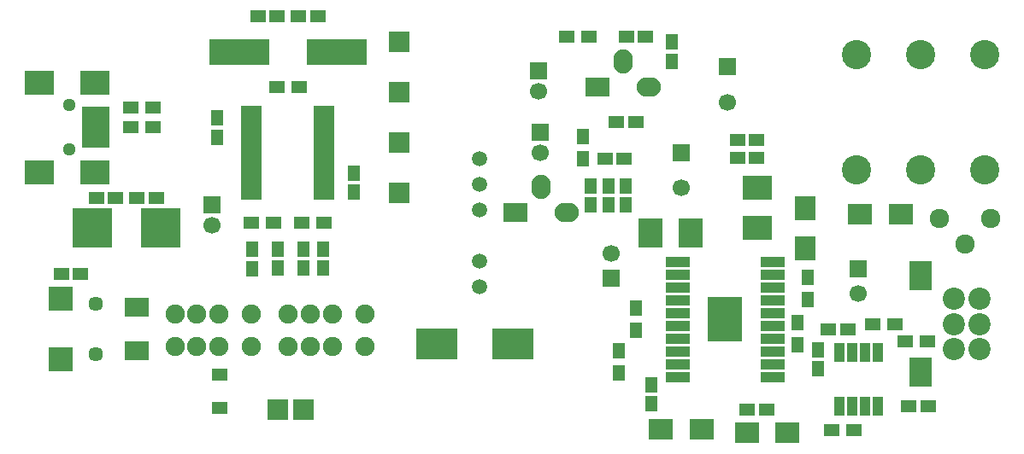
<source format=gts>
G04 #@! TF.FileFunction,Soldermask,Top*
%FSLAX46Y46*%
G04 Gerber Fmt 4.6, Leading zero omitted, Abs format (unit mm)*
G04 Created by KiCad (PCBNEW 4.0.6) date Sat Sep  9 23:31:10 2017*
%MOMM*%
%LPD*%
G01*
G04 APERTURE LIST*
%ADD10C,0.100000*%
%ADD11R,1.700000X1.700000*%
%ADD12C,1.700000*%
%ADD13C,1.299160*%
%ADD14R,2.899360X2.398980*%
%ADD15R,2.701240X0.900380*%
%ADD16R,1.600000X1.150000*%
%ADD17R,1.150000X1.600000*%
%ADD18R,4.150000X3.100000*%
%ADD19R,1.600000X1.300000*%
%ADD20C,2.900000*%
%ADD21C,1.900000*%
%ADD22R,3.900000X3.900000*%
%ADD23R,2.900000X2.400000*%
%ADD24R,2.400000X2.900000*%
%ADD25R,2.400000X2.100000*%
%ADD26R,1.300000X1.600000*%
%ADD27R,2.100000X2.400000*%
%ADD28C,2.200000*%
%ADD29R,2.200000X2.900000*%
%ADD30R,2.150000X0.850000*%
%ADD31R,1.000000X1.950000*%
%ADD32R,2.350000X1.000000*%
%ADD33R,3.400000X4.400000*%
%ADD34R,6.000700X2.500580*%
%ADD35R,2.100000X2.100000*%
%ADD36R,2.400000X2.400000*%
%ADD37R,2.400000X1.900000*%
%ADD38C,1.450000*%
%ADD39O,2.398980X1.901140*%
%ADD40R,2.398980X1.901140*%
%ADD41O,1.901140X2.398980*%
%ADD42C,1.500000*%
%ADD43C,1.924000*%
G04 APERTURE END LIST*
D10*
D11*
X83000000Y-22500000D03*
D12*
X83000000Y-26000000D03*
D13*
X17850900Y-30699640D03*
X17850900Y-26300360D03*
D14*
X14851160Y-32950080D03*
X20350260Y-32950080D03*
X14851160Y-24049920D03*
X20350260Y-24049920D03*
D15*
X20449320Y-30100200D03*
X20449320Y-29300100D03*
X20449320Y-28500000D03*
X20449320Y-27699900D03*
X20449320Y-26899800D03*
D12*
X31980000Y-38220000D03*
D11*
X31980000Y-36220000D03*
D16*
X26450000Y-35500000D03*
X24550000Y-35500000D03*
X22450000Y-35500000D03*
X20550000Y-35500000D03*
X38450000Y-17500000D03*
X36550000Y-17500000D03*
D17*
X32500000Y-27550000D03*
X32500000Y-29450000D03*
D16*
X17050000Y-43000000D03*
X18950000Y-43000000D03*
D17*
X36000000Y-42500000D03*
X36000000Y-40600000D03*
D18*
X61775000Y-50000000D03*
X54225000Y-50000000D03*
D17*
X38500000Y-42450000D03*
X38500000Y-40550000D03*
X41000000Y-40550000D03*
X41000000Y-42450000D03*
D16*
X40550000Y-17500000D03*
X42450000Y-17500000D03*
D17*
X43000000Y-42450000D03*
X43000000Y-40550000D03*
D12*
X64360000Y-24920000D03*
D11*
X64360000Y-22920000D03*
D12*
X64500000Y-31000000D03*
D11*
X64500000Y-29000000D03*
D17*
X46000000Y-34950000D03*
X46000000Y-33050000D03*
D16*
X72050000Y-28000000D03*
X73950000Y-28000000D03*
D17*
X73000000Y-36200000D03*
X73000000Y-34300000D03*
D11*
X78500000Y-31000000D03*
D12*
X78500000Y-34500000D03*
D16*
X94950000Y-48500000D03*
X93050000Y-48500000D03*
D17*
X92000000Y-52450000D03*
X92000000Y-50550000D03*
X75500000Y-54050000D03*
X75500000Y-55950000D03*
D16*
X86900000Y-56500000D03*
X85000000Y-56500000D03*
D12*
X96000000Y-45000000D03*
D11*
X96000000Y-42500000D03*
D16*
X101020000Y-56180000D03*
X102920000Y-56180000D03*
D12*
X71500000Y-41000000D03*
D11*
X71500000Y-43500000D03*
D19*
X32710000Y-53060000D03*
X32710000Y-56360000D03*
D20*
X108500000Y-32700000D03*
X102150000Y-32700000D03*
X95800000Y-32700000D03*
X95800000Y-21300000D03*
X102150000Y-21300000D03*
X108500000Y-21300000D03*
D21*
X39500000Y-50200000D03*
X41700000Y-50200000D03*
X43900000Y-50200000D03*
X39500000Y-47000000D03*
X41700000Y-47000000D03*
X43900000Y-47000000D03*
X47100000Y-47000000D03*
X47100000Y-50200000D03*
X28300000Y-50200000D03*
X30500000Y-50200000D03*
X32700000Y-50200000D03*
X28300000Y-47000000D03*
X30500000Y-47000000D03*
X32700000Y-47000000D03*
X35900000Y-47000000D03*
X35900000Y-50200000D03*
D22*
X26903600Y-38500000D03*
X20096400Y-38500000D03*
D23*
X86000000Y-38500000D03*
X86000000Y-34500000D03*
D24*
X75410000Y-38950000D03*
X79410000Y-38950000D03*
D19*
X26100000Y-28500000D03*
X23900000Y-28500000D03*
X23900000Y-26500000D03*
X26100000Y-26500000D03*
X35900000Y-38000000D03*
X38100000Y-38000000D03*
X40600000Y-24500000D03*
X38400000Y-24500000D03*
X40900000Y-38000000D03*
X43100000Y-38000000D03*
X95600000Y-58500000D03*
X93400000Y-58500000D03*
X99600000Y-48000000D03*
X97400000Y-48000000D03*
D25*
X80470000Y-58420000D03*
X76470000Y-58420000D03*
X88960000Y-58780000D03*
X84960000Y-58780000D03*
D26*
X90000000Y-47900000D03*
X90000000Y-50100000D03*
X72250000Y-52850000D03*
X72250000Y-50650000D03*
X74000000Y-46400000D03*
X74000000Y-48600000D03*
X91000000Y-45600000D03*
X91000000Y-43400000D03*
D27*
X90750000Y-40500000D03*
X90750000Y-36500000D03*
D25*
X96190000Y-37090000D03*
X100190000Y-37090000D03*
D28*
X105500000Y-48000000D03*
X105500000Y-50500000D03*
X105500000Y-45500000D03*
X108000000Y-50500000D03*
X108000000Y-48000000D03*
X108000000Y-45500000D03*
D29*
X102200000Y-43250000D03*
X102200000Y-52750000D03*
D30*
X43100000Y-26775000D03*
X43100000Y-27425000D03*
X43100000Y-28075000D03*
X43100000Y-28725000D03*
X43100000Y-29375000D03*
X43100000Y-30025000D03*
X43100000Y-30675000D03*
X43100000Y-31325000D03*
X43100000Y-31975000D03*
X43100000Y-32625000D03*
X43100000Y-33275000D03*
X43100000Y-33925000D03*
X43100000Y-34575000D03*
X43100000Y-35225000D03*
X35900000Y-35225000D03*
X35900000Y-34575000D03*
X35900000Y-33925000D03*
X35900000Y-33275000D03*
X35900000Y-32625000D03*
X35900000Y-31975000D03*
X35900000Y-31325000D03*
X35900000Y-30675000D03*
X35900000Y-30025000D03*
X35900000Y-29375000D03*
X35900000Y-28725000D03*
X35900000Y-28075000D03*
X35900000Y-27425000D03*
X35900000Y-26775000D03*
D31*
X94095000Y-50800000D03*
X95365000Y-50800000D03*
X96635000Y-50800000D03*
X97905000Y-50800000D03*
X97905000Y-56200000D03*
X96635000Y-56200000D03*
X95365000Y-56200000D03*
X94095000Y-56200000D03*
D32*
X87500000Y-41840000D03*
X87500000Y-43110000D03*
X87500000Y-44380000D03*
X87500000Y-45650000D03*
X87500000Y-46920000D03*
X87500000Y-48190000D03*
X87500000Y-49460000D03*
X87500000Y-50730000D03*
X87500000Y-52000000D03*
X87500000Y-53270000D03*
X78100000Y-53270000D03*
X78100000Y-52000000D03*
X78100000Y-50730000D03*
X78100000Y-49460000D03*
X78100000Y-48190000D03*
X78100000Y-46920000D03*
X78100000Y-45650000D03*
X78100000Y-44380000D03*
X78100000Y-43110000D03*
X78100000Y-41840000D03*
D33*
X82800000Y-47555000D03*
D34*
X44348860Y-21000000D03*
X34651140Y-21000000D03*
D35*
X50500000Y-25000000D03*
X50500000Y-30000000D03*
X50500000Y-35000000D03*
X50500000Y-20000000D03*
D36*
X17000000Y-51500000D03*
X17000000Y-45500000D03*
D37*
X24500000Y-50700000D03*
X24500000Y-46300000D03*
D38*
X20500000Y-51000000D03*
X20500000Y-46000000D03*
D16*
X74950000Y-19500000D03*
X73050000Y-19500000D03*
X72800000Y-31620000D03*
X70900000Y-31620000D03*
D39*
X75250000Y-24500000D03*
D40*
X70170000Y-24500000D03*
D41*
X72710000Y-21960000D03*
D39*
X67130000Y-36970000D03*
D40*
X62050000Y-36970000D03*
D41*
X64590000Y-34430000D03*
D19*
X69350000Y-19500000D03*
X67150000Y-19500000D03*
D26*
X68750000Y-29400000D03*
X68750000Y-31600000D03*
D16*
X84050000Y-29750000D03*
X85950000Y-29750000D03*
D17*
X71250000Y-36200000D03*
X71250000Y-34300000D03*
X77500000Y-20050000D03*
X77500000Y-21950000D03*
X69500000Y-36200000D03*
X69500000Y-34300000D03*
D16*
X84050000Y-31500000D03*
X85950000Y-31500000D03*
D42*
X58500000Y-44350000D03*
X58500000Y-41810000D03*
X58500000Y-36730000D03*
X58500000Y-34190000D03*
X58500000Y-31650000D03*
D19*
X102850000Y-49750000D03*
X100650000Y-49750000D03*
D43*
X109080000Y-37500000D03*
X104000000Y-37500000D03*
X106540000Y-40040000D03*
D35*
X38500000Y-56500000D03*
X41040000Y-56500000D03*
M02*

</source>
